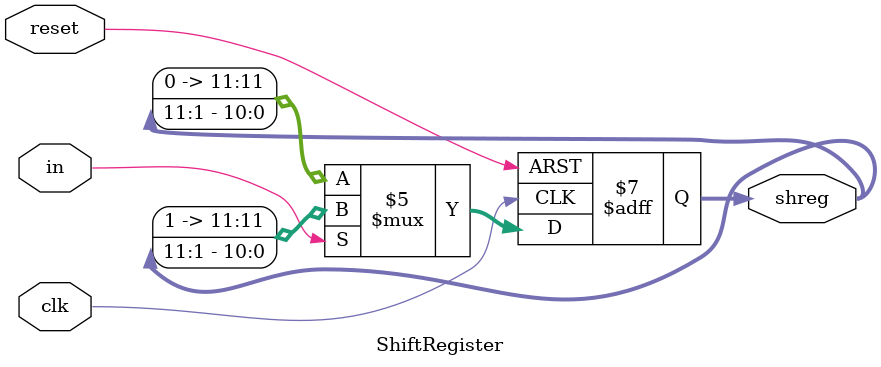
<source format=v>
module ShiftRegister(shreg,reset,clk,in);
	output	[11:0] shreg;
	input	reset,in,clk;
	reg	[11:0] shreg;

	always @(negedge clk,negedge reset)
	begin
		if(~reset)
    			 shreg <= 12'b000000000000;
    		else
		begin
			if (in)
				shreg = {1'd1,shreg[11:1]};
			else
				shreg = {1'd0,shreg[11:1]};
		end
	end

	initial	
	begin
		shreg <= 12'b000000000000;
	end
endmodule

</source>
